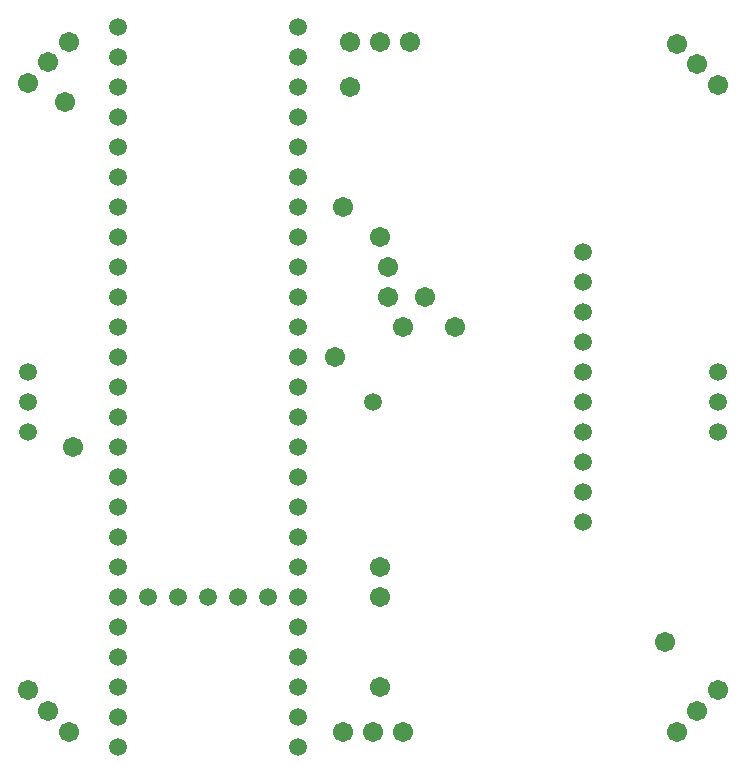
<source format=gbr>
%TF.GenerationSoftware,Novarm,DipTrace,3.2.0.1*%
%TF.CreationDate,2018-10-29T17:13:38-06:00*%
%FSLAX26Y26*%
%MOIN*%
%TF.FileFunction,Soldermask,Bot*%
%TF.Part,Single*%
%ADD14C,0.059055*%
%ADD22C,0.067055*%
G75*
G01*
%LPD*%
D14*
X1644000Y1619000D3*
D22*
X1669000Y969000D3*
Y1069000D3*
D14*
X2344000Y2119000D3*
D22*
X1569000Y2669000D3*
X1694000Y1969000D3*
X1819000D3*
D14*
X2344000Y2019000D3*
D22*
X1694000Y2069000D3*
X1669000Y2169000D3*
X1919000Y1869000D3*
X1744000D3*
X1544000Y2269000D3*
D14*
X2344000Y1919000D3*
D22*
X1519000Y1769000D3*
D14*
X2344000Y1819000D3*
Y1719000D3*
Y1619000D3*
Y1519000D3*
Y1419000D3*
Y1318999D3*
Y1219000D3*
D22*
X2619000Y819000D3*
X1669000Y669000D3*
Y2819000D3*
X1569000D3*
X1769000D3*
X1644000Y519000D3*
X1544000D3*
X1744000D3*
D14*
X494000Y1619000D3*
Y1719000D3*
Y1519000D3*
X2794000Y1619000D3*
Y1719000D3*
Y1519000D3*
D22*
X562749Y2750251D3*
X631499Y2819000D3*
X494001Y2681500D3*
Y656500D3*
X562751Y587749D3*
X2656501Y2812749D3*
X631503Y519003D3*
X2725251Y587751D3*
X2794000Y656500D3*
X2656500Y519000D3*
X2725249Y2744000D3*
X2794003Y2675252D3*
D14*
X794000Y2769000D3*
Y2669000D3*
Y2569000D3*
Y2469000D3*
Y2369000D3*
Y2269000D3*
Y2169000D3*
Y2069000D3*
Y1969000D3*
Y1869000D3*
Y1769000D3*
Y1669000D3*
Y1569000D3*
Y1469000D3*
Y1368999D3*
Y1269000D3*
Y1169000D3*
Y1068999D3*
Y969000D3*
Y869000D3*
Y768999D3*
Y669000D3*
Y569000D3*
Y469000D3*
X1394000Y2769000D3*
Y2569000D3*
Y2469000D3*
Y2369000D3*
Y2269000D3*
Y2169000D3*
Y2069000D3*
Y1969000D3*
Y1869000D3*
Y1769000D3*
Y1669000D3*
Y1569000D3*
Y1469000D3*
Y1368999D3*
Y1269000D3*
Y1169000D3*
Y1068999D3*
Y969000D3*
Y869000D3*
Y768999D3*
Y669000D3*
Y569000D3*
Y469000D3*
Y2669000D3*
X894000Y969000D3*
X994000D3*
X1094000D3*
X1194000D3*
X1294000D3*
X794000Y2869000D3*
X1394000D3*
D22*
X619000Y2619000D3*
X644000Y1469000D3*
M02*

</source>
